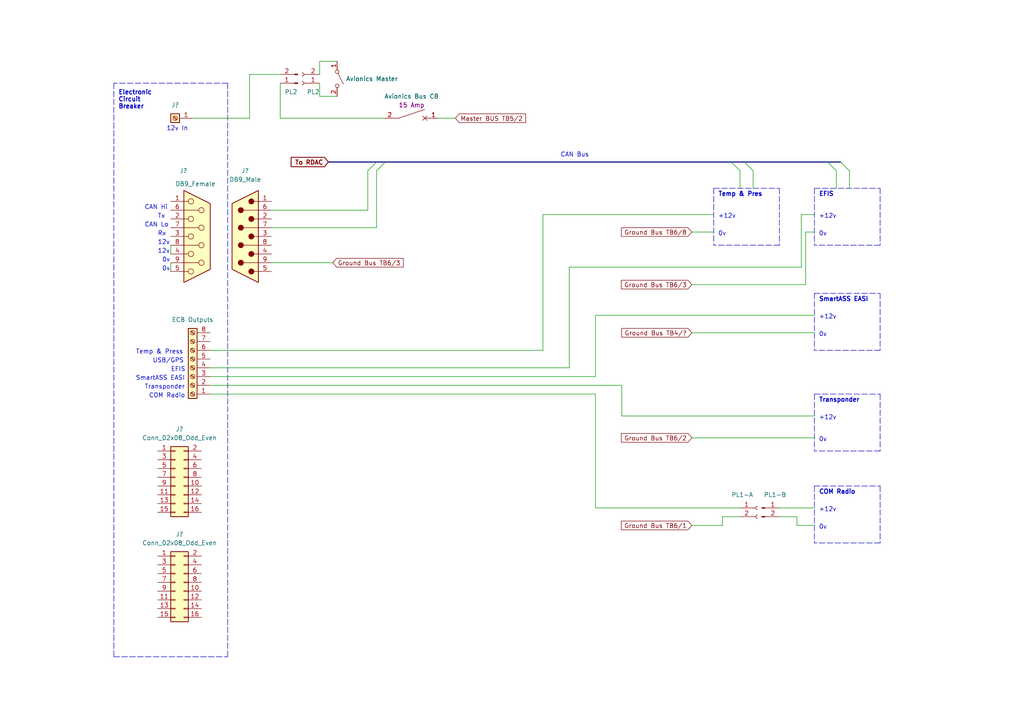
<source format=kicad_sch>
(kicad_sch (version 20211123) (generator eeschema)
  (paper "A4")
  (title_block (title "Europa Avionics Bus") (date "2022-12-19") (rev "1"))
  (lib_symbols
    (symbol "Connector:Conn_01x02_Female" (pin_names (offset 1.016) hide)
      (property "Reference" "J" (at 0 2.54 0))
      (property "Value" "Conn_01x02_Female" (at 0 -5.08 0))
      (symbol "Conn_01x02_Female_1_1"
        (arc (start 0 -2.032) (mid -0.508 -2.54) (end 0 -3.048) (stroke (width 0.1524)))
        (polyline (pts (xy -1.27 -2.54) (xy -0.508 -2.54)) (stroke (width 0.1524)))
        (polyline (pts (xy -1.27 0) (xy -0.508 0)) (stroke (width 0.1524)))
        (arc (start 0 0.508) (mid -0.508 0) (end 0 -0.508) (stroke (width 0.1524)))
        (pin passive line (at -5.08 0 0) (length 3.81) (name "Pin_1") (number "1"))
        (pin passive line (at -5.08 -2.54 0) (length 3.81) (name "Pin_2") (number "2"))
      )
    )
    (symbol "Connector:Conn_01x02_Male" (pin_names (offset 1.016) hide)
      (property "Reference" "J" (at 0 2.54 0))
      (property "Value" "Conn_01x02_Male" (at 0 -5.08 0))
      (symbol "Conn_01x02_Male_1_1"
        (polyline (pts (xy 1.27 -2.54) (xy 0.8636 -2.54)) (stroke (width 0.1524)))
        (polyline (pts (xy 1.27 0) (xy 0.8636 0)) (stroke (width 0.1524)))
        (rectangle (start 0.8636 -2.413) (end 0 -2.667) (stroke (width 0.1524)) (fill (type outline)))
        (rectangle (start 0.8636 0.127) (end 0 -0.127) (stroke (width 0.1524)) (fill (type outline)))
        (pin passive line (at 5.08 0 180) (length 3.81) (name "Pin_1") (number "1"))
        (pin passive line (at 5.08 -2.54 180) (length 3.81) (name "Pin_2") (number "2"))
      )
    )
    (symbol "Connector:DB9_Female" (pin_names (offset 1.016) hide)
      (property "Reference" "J" (at 0 13.97 0))
      (property "Value" "DB9_Female" (at 0 -14.605 0))
      (symbol "DB9_Female_0_1"
        (circle (center -1.778 -10.16) (radius 0.762))
        (circle (center -1.778 -5.08) (radius 0.762))
        (circle (center -1.778 0) (radius 0.762))
        (circle (center -1.778 5.08) (radius 0.762))
        (circle (center -1.778 10.16) (radius 0.762))
        (polyline (pts (xy -3.81 -10.16) (xy -2.54 -10.16)))
        (polyline (pts (xy -3.81 -7.62) (xy 0.508 -7.62)))
        (polyline (pts (xy -3.81 -5.08) (xy -2.54 -5.08)))
        (polyline (pts (xy -3.81 -2.54) (xy 0.508 -2.54)))
        (polyline (pts (xy -3.81 0) (xy -2.54 0)))
        (polyline (pts (xy -3.81 2.54) (xy 0.508 2.54)))
        (polyline (pts (xy -3.81 5.08) (xy -2.54 5.08)))
        (polyline (pts (xy -3.81 7.62) (xy 0.508 7.62)))
        (polyline (pts (xy -3.81 10.16) (xy -2.54 10.16)))
        (polyline (pts (xy -3.81 13.335) (xy -3.81 -13.335) (xy 3.81 -9.525) (xy 3.81 9.525) (xy -3.81 13.335)) (stroke (width 0.254)) (fill (type background)))
        (circle (center 1.27 -7.62) (radius 0.762))
        (circle (center 1.27 -2.54) (radius 0.762))
        (circle (center 1.27 2.54) (radius 0.762))
        (circle (center 1.27 7.62) (radius 0.762))
      )
      (symbol "DB9_Female_1_1"
        (pin passive line (at -7.62 10.16 0) (length 3.81) (name "1") (number "1"))
        (pin passive line (at -7.62 5.08 0) (length 3.81) (name "2") (number "2"))
        (pin passive line (at -7.62 0 0) (length 3.81) (name "3") (number "3"))
        (pin passive line (at -7.62 -5.08 0) (length 3.81) (name "4") (number "4"))
        (pin passive line (at -7.62 -10.16 0) (length 3.81) (name "5") (number "5"))
        (pin passive line (at -7.62 7.62 0) (length 3.81) (name "6") (number "6"))
        (pin passive line (at -7.62 2.54 0) (length 3.81) (name "7") (number "7"))
        (pin passive line (at -7.62 -2.54 0) (length 3.81) (name "8") (number "8"))
        (pin passive line (at -7.62 -7.62 0) (length 3.81) (name "9") (number "9"))
      )
    )
    (symbol "Connector:DB9_Male" (pin_names (offset 1.016) hide)
      (property "Reference" "J" (at 0 13.97 0))
      (property "Value" "DB9_Male" (at 0 -14.605 0))
      (symbol "DB9_Male_0_1"
        (circle (center -1.778 -10.16) (radius 0.762) (fill (type outline)))
        (circle (center -1.778 -5.08) (radius 0.762) (fill (type outline)))
        (circle (center -1.778 0) (radius 0.762) (fill (type outline)))
        (circle (center -1.778 5.08) (radius 0.762) (fill (type outline)))
        (circle (center -1.778 10.16) (radius 0.762) (fill (type outline)))
        (polyline (pts (xy -3.81 -10.16) (xy -2.54 -10.16)))
        (polyline (pts (xy -3.81 -7.62) (xy 0.508 -7.62)))
        (polyline (pts (xy -3.81 -5.08) (xy -2.54 -5.08)))
        (polyline (pts (xy -3.81 -2.54) (xy 0.508 -2.54)))
        (polyline (pts (xy -3.81 0) (xy -2.54 0)))
        (polyline (pts (xy -3.81 2.54) (xy 0.508 2.54)))
        (polyline (pts (xy -3.81 5.08) (xy -2.54 5.08)))
        (polyline (pts (xy -3.81 7.62) (xy 0.508 7.62)))
        (polyline (pts (xy -3.81 10.16) (xy -2.54 10.16)))
        (polyline (pts (xy -3.81 -13.335) (xy -3.81 13.335) (xy 3.81 9.525) (xy 3.81 -9.525) (xy -3.81 -13.335)) (stroke (width 0.254)) (fill (type background)))
        (circle (center 1.27 -7.62) (radius 0.762) (fill (type outline)))
        (circle (center 1.27 -2.54) (radius 0.762) (fill (type outline)))
        (circle (center 1.27 2.54) (radius 0.762) (fill (type outline)))
        (circle (center 1.27 7.62) (radius 0.762) (fill (type outline)))
      )
      (symbol "DB9_Male_1_1"
        (pin passive line (at -7.62 -10.16 0) (length 3.81) (name "1") (number "1"))
        (pin passive line (at -7.62 -5.08 0) (length 3.81) (name "2") (number "2"))
        (pin passive line (at -7.62 0 0) (length 3.81) (name "3") (number "3"))
        (pin passive line (at -7.62 5.08 0) (length 3.81) (name "4") (number "4"))
        (pin passive line (at -7.62 10.16 0) (length 3.81) (name "5") (number "5"))
        (pin passive line (at -7.62 -7.62 0) (length 3.81) (name "6") (number "6"))
        (pin passive line (at -7.62 -2.54 0) (length 3.81) (name "7") (number "7"))
        (pin passive line (at -7.62 2.54 0) (length 3.81) (name "8") (number "8"))
        (pin passive line (at -7.62 7.62 0) (length 3.81) (name "9") (number "9"))
      )
    )
    (symbol "Connector:Screw_Terminal_01x01" (pin_names (offset 1.016) hide)
      (property "Reference" "J" (at 0 2.54 0))
      (property "Value" "Screw_Terminal_01x01" (at 0 -2.54 0))
      (symbol "Screw_Terminal_01x01_1_1"
        (rectangle (start -1.27 1.27) (end 1.27 -1.27) (stroke (width 0.254)) (fill (type background)))
        (polyline (pts (xy -0.5334 0.3302) (xy 0.3302 -0.508)) (stroke (width 0.1524)))
        (polyline (pts (xy -0.3556 0.508) (xy 0.508 -0.3302)) (stroke (width 0.1524)))
        (circle (center 0 0) (radius 0.635) (stroke (width 0.1524)))
        (pin passive line (at -5.08 0 0) (length 3.81) (name "Pin_1") (number "1"))
      )
    )
    (symbol "Connector:Screw_Terminal_01x08" (pin_names (offset 1.016) hide)
      (property "Reference" "J" (at 0 10.16 0))
      (property "Value" "Screw_Terminal_01x08" (at 0 -12.7 0))
      (symbol "Screw_Terminal_01x08_1_1"
        (rectangle (start -1.27 8.89) (end 1.27 -11.43) (stroke (width 0.254)) (fill (type background)))
        (circle (center 0 -10.16) (radius 0.635) (stroke (width 0.1524)))
        (circle (center 0 -7.62) (radius 0.635) (stroke (width 0.1524)))
        (circle (center 0 -5.08) (radius 0.635) (stroke (width 0.1524)))
        (circle (center 0 -2.54) (radius 0.635) (stroke (width 0.1524)))
        (polyline (pts (xy -0.5334 -9.8298) (xy 0.3302 -10.668)) (stroke (width 0.1524)))
        (polyline (pts (xy -0.5334 -7.2898) (xy 0.3302 -8.128)) (stroke (width 0.1524)))
        (polyline (pts (xy -0.5334 -4.7498) (xy 0.3302 -5.588)) (stroke (width 0.1524)))
        (polyline (pts (xy -0.5334 -2.2098) (xy 0.3302 -3.048)) (stroke (width 0.1524)))
        (polyline (pts (xy -0.5334 0.3302) (xy 0.3302 -0.508)) (stroke (width 0.1524)))
        (polyline (pts (xy -0.5334 2.8702) (xy 0.3302 2.032)) (stroke (width 0.1524)))
        (polyline (pts (xy -0.5334 5.4102) (xy 0.3302 4.572)) (stroke (width 0.1524)))
        (polyline (pts (xy -0.5334 7.9502) (xy 0.3302 7.112)) (stroke (width 0.1524)))
        (polyline (pts (xy -0.3556 -9.652) (xy 0.508 -10.4902)) (stroke (width 0.1524)))
        (polyline (pts (xy -0.3556 -7.112) (xy 0.508 -7.9502)) (stroke (width 0.1524)))
        (polyline (pts (xy -0.3556 -4.572) (xy 0.508 -5.4102)) (stroke (width 0.1524)))
        (polyline (pts (xy -0.3556 -2.032) (xy 0.508 -2.8702)) (stroke (width 0.1524)))
        (polyline (pts (xy -0.3556 0.508) (xy 0.508 -0.3302)) (stroke (width 0.1524)))
        (polyline (pts (xy -0.3556 3.048) (xy 0.508 2.2098)) (stroke (width 0.1524)))
        (polyline (pts (xy -0.3556 5.588) (xy 0.508 4.7498)) (stroke (width 0.1524)))
        (polyline (pts (xy -0.3556 8.128) (xy 0.508 7.2898)) (stroke (width 0.1524)))
        (circle (center 0 0) (radius 0.635) (stroke (width 0.1524)))
        (circle (center 0 2.54) (radius 0.635) (stroke (width 0.1524)))
        (circle (center 0 5.08) (radius 0.635) (stroke (width 0.1524)))
        (circle (center 0 7.62) (radius 0.635) (stroke (width 0.1524)))
        (pin passive line (at -5.08 7.62 0) (length 3.81) (name "Pin_1") (number "1"))
        (pin passive line (at -5.08 5.08 0) (length 3.81) (name "Pin_2") (number "2"))
        (pin passive line (at -5.08 2.54 0) (length 3.81) (name "Pin_3") (number "3"))
        (pin passive line (at -5.08 0 0) (length 3.81) (name "Pin_4") (number "4"))
        (pin passive line (at -5.08 -2.54 0) (length 3.81) (name "Pin_5") (number "5"))
        (pin passive line (at -5.08 -5.08 0) (length 3.81) (name "Pin_6") (number "6"))
        (pin passive line (at -5.08 -7.62 0) (length 3.81) (name "Pin_7") (number "7"))
        (pin passive line (at -5.08 -10.16 0) (length 3.81) (name "Pin_8") (number "8"))
      )
    )
    (symbol "Connector_Generic:Conn_02x08_Odd_Even" (pin_names (offset 1.016) hide)
      (property "Reference" "J" (at 1.27 10.16 0))
      (property "Value" "Conn_02x08_Odd_Even" (at 1.27 -12.7 0))
      (symbol "Conn_02x08_Odd_Even_1_1"
        (rectangle (start -1.27 -10.033) (end 0 -10.287) (stroke (width 0.1524)))
        (rectangle (start -1.27 -7.493) (end 0 -7.747) (stroke (width 0.1524)))
        (rectangle (start -1.27 -4.953) (end 0 -5.207) (stroke (width 0.1524)))
        (rectangle (start -1.27 -2.413) (end 0 -2.667) (stroke (width 0.1524)))
        (rectangle (start -1.27 0.127) (end 0 -0.127) (stroke (width 0.1524)))
        (rectangle (start -1.27 2.667) (end 0 2.413) (stroke (width 0.1524)))
        (rectangle (start -1.27 5.207) (end 0 4.953) (stroke (width 0.1524)))
        (rectangle (start -1.27 7.747) (end 0 7.493) (stroke (width 0.1524)))
        (rectangle (start -1.27 8.89) (end 3.81 -11.43) (stroke (width 0.254)) (fill (type background)))
        (rectangle (start 3.81 -10.033) (end 2.54 -10.287) (stroke (width 0.1524)))
        (rectangle (start 3.81 -7.493) (end 2.54 -7.747) (stroke (width 0.1524)))
        (rectangle (start 3.81 -4.953) (end 2.54 -5.207) (stroke (width 0.1524)))
        (rectangle (start 3.81 -2.413) (end 2.54 -2.667) (stroke (width 0.1524)))
        (rectangle (start 3.81 0.127) (end 2.54 -0.127) (stroke (width 0.1524)))
        (rectangle (start 3.81 2.667) (end 2.54 2.413) (stroke (width 0.1524)))
        (rectangle (start 3.81 5.207) (end 2.54 4.953) (stroke (width 0.1524)))
        (rectangle (start 3.81 7.747) (end 2.54 7.493) (stroke (width 0.1524)))
        (pin passive line (at -5.08 7.62 0) (length 3.81) (name "Pin_1") (number "1"))
        (pin passive line (at 7.62 -2.54 180) (length 3.81) (name "Pin_10") (number "10"))
        (pin passive line (at -5.08 -5.08 0) (length 3.81) (name "Pin_11") (number "11"))
        (pin passive line (at 7.62 -5.08 180) (length 3.81) (name "Pin_12") (number "12"))
        (pin passive line (at -5.08 -7.62 0) (length 3.81) (name "Pin_13") (number "13"))
        (pin passive line (at 7.62 -7.62 180) (length 3.81) (name "Pin_14") (number "14"))
        (pin passive line (at -5.08 -10.16 0) (length 3.81) (name "Pin_15") (number "15"))
        (pin passive line (at 7.62 -10.16 180) (length 3.81) (name "Pin_16") (number "16"))
        (pin passive line (at 7.62 7.62 180) (length 3.81) (name "Pin_2") (number "2"))
        (pin passive line (at -5.08 5.08 0) (length 3.81) (name "Pin_3") (number "3"))
        (pin passive line (at 7.62 5.08 180) (length 3.81) (name "Pin_4") (number "4"))
        (pin passive line (at -5.08 2.54 0) (length 3.81) (name "Pin_5") (number "5"))
        (pin passive line (at 7.62 2.54 180) (length 3.81) (name "Pin_6") (number "6"))
        (pin passive line (at -5.08 0 0) (length 3.81) (name "Pin_7") (number "7"))
        (pin passive line (at 7.62 0 180) (length 3.81) (name "Pin_8") (number "8"))
        (pin passive line (at -5.08 -2.54 0) (length 3.81) (name "Pin_9") (number "9"))
      )
    )
    (symbol "Device:CircuitBreaker_1P"
      (property "Reference" "CB" (at 1.905 0 0))
      (property "Value" "CircuitBreaker_1P" (at 1.905 1.905 0))
      (symbol "CircuitBreaker_1P_0_1"
        (polyline (pts (xy 0 -5.08) (xy 0 -3.81)))
        (polyline (pts (xy 0 -3.81) (xy -2.54 3.81)))
      )
      (symbol "CircuitBreaker_1P_1_1"
        (polyline (pts (xy -0.635 4.445) (xy 0.635 3.175)))
        (polyline (pts (xy 0 5.08) (xy 0 3.81)))
        (polyline (pts (xy 0.635 4.445) (xy -0.635 3.175)))
        (pin passive line (at 0 7.62 270) (length 2.54) (name "~") (number "1"))
        (pin passive line (at 0 -7.62 90) (length 2.54) (name "~") (number "2"))
      )
    )
    (symbol "Switch:SW_SPST" (pin_names (offset 0) hide)
      (property "Reference" "SW" (at 0 3.175 0))
      (property "Value" "SW_SPST" (at 0 -2.54 0))
      (symbol "SW_SPST_0_0"
        (circle (center -2.032 0) (radius 0.508))
        (polyline (pts (xy -1.524 0.254) (xy 1.524 1.778)))
        (circle (center 2.032 0) (radius 0.508))
      )
      (symbol "SW_SPST_1_1"
        (pin passive line (at -5.08 0 0) (length 2.54) (name "A") (number "1"))
        (pin passive line (at 5.08 0 180) (length 2.54) (name "B") (number "2"))
      )
    )
  )
  (bus_entry (at 106.68 49.53) (size 2.54 -2.54))
  (bus_entry (at 109.22 49.53) (size 2.54 -2.54))
  (bus_entry (at 212.09 46.99) (size 2.54 2.54))
  (bus_entry (at 215.9 46.99) (size 2.54 2.54))
  (bus_entry (at 243.84 46.99) (size 2.54 2.54))
  (bus_entry (at 240.03 46.99) (size 2.54 2.54))
  (wire (pts (xy 60.96 111.76) (xy 180.34 111.76)))
  (wire (pts (xy 214.63 49.53) (xy 214.63 54.61)))
  (wire (pts (xy 231.14 149.86) (xy 231.14 152.4)))
  (wire (pts (xy 180.34 111.76) (xy 180.34 120.65)))
  (wire (pts (xy 218.44 49.53) (xy 218.44 54.61)))
  (polyline (pts (xy 66.04 24.13) (xy 66.04 190.5)))
  (wire (pts (xy 180.34 120.65) (xy 236.22 120.65)))
  (wire (pts (xy 92.71 17.78) (xy 92.71 21.59)))
  (wire (pts (xy 157.48 62.23) (xy 207.01 62.23)))
  (wire (pts (xy 81.28 34.29) (xy 111.76 34.29)))
  (polyline (pts (xy 226.06 54.61) (xy 226.06 71.12)))
  (polyline (pts (xy 255.27 71.12) (xy 236.22 71.12)))
  (polyline (pts (xy 236.22 85.09) (xy 236.22 101.6)))
  (polyline (pts (xy 255.27 101.6) (xy 236.22 101.6)))
  (bus (pts (xy 95.25 46.99) (xy 109.22 46.99)))
  (wire (pts (xy 97.79 27.94) (xy 92.71 27.94)))
  (wire (pts (xy 232.41 77.47) (xy 232.41 62.23)))
  (wire (pts (xy 157.48 101.6) (xy 157.48 62.23)))
  (wire (pts (xy 72.39 34.29) (xy 55.88 34.29)))
  (wire (pts (xy 231.14 152.4) (xy 236.22 152.4)))
  (wire (pts (xy 172.72 91.44) (xy 236.22 91.44)))
  (bus (pts (xy 111.76 46.99) (xy 212.09 46.99)))
  (wire (pts (xy 49.53 76.2) (xy 49.53 78.74)))
  (polyline (pts (xy 236.22 140.97) (xy 236.22 157.48)))
  (wire (pts (xy 214.63 149.86) (xy 209.55 149.86)))
  (wire (pts (xy 209.55 149.86) (xy 209.55 152.4)))
  (polyline (pts (xy 226.06 71.12) (xy 207.01 71.12)))
  (wire (pts (xy 226.06 149.86) (xy 231.14 149.86)))
  (polyline (pts (xy 33.02 190.5) (xy 66.04 190.5)))
  (wire (pts (xy 92.71 27.94) (xy 92.71 24.13)))
  (polyline (pts (xy 255.27 114.3) (xy 255.27 130.81)))
  (wire (pts (xy 49.53 71.12) (xy 49.53 73.66)))
  (polyline (pts (xy 236.22 114.3) (xy 236.22 130.81)))
  (wire (pts (xy 200.66 96.52) (xy 236.22 96.52)))
  (polyline (pts (xy 207.01 54.61) (xy 207.01 71.12)))
  (polyline (pts (xy 33.02 24.13) (xy 33.02 190.5)))
  (bus (pts (xy 109.22 46.99) (xy 111.76 46.99)))
  (wire (pts (xy 200.66 67.31) (xy 207.01 67.31)))
  (bus (pts (xy 215.9 46.99) (xy 240.03 46.99)))
  (wire (pts (xy 242.57 49.53) (xy 242.57 54.61)))
  (wire (pts (xy 60.96 106.68) (xy 165.1 106.68)))
  (wire (pts (xy 172.72 109.22) (xy 172.72 91.44)))
  (wire (pts (xy 97.79 17.78) (xy 92.71 17.78)))
  (wire (pts (xy 232.41 62.23) (xy 236.22 62.23)))
  (wire (pts (xy 127 34.29) (xy 132.08 34.29)))
  (polyline (pts (xy 236.22 54.61) (xy 236.22 71.12)))
  (wire (pts (xy 165.1 77.47) (xy 232.41 77.47)))
  (wire (pts (xy 78.74 66.04) (xy 109.22 66.04)))
  (wire (pts (xy 78.74 60.96) (xy 106.68 60.96)))
  (wire (pts (xy 172.72 147.32) (xy 214.63 147.32)))
  (polyline (pts (xy 236.22 85.09) (xy 255.27 85.09)))
  (wire (pts (xy 60.96 101.6) (xy 157.48 101.6)))
  (wire (pts (xy 109.22 66.04) (xy 109.22 49.53)))
  (polyline (pts (xy 236.22 140.97) (xy 255.27 140.97)))
  (wire (pts (xy 226.06 147.32) (xy 236.22 147.32)))
  (wire (pts (xy 246.38 49.53) (xy 246.38 54.61)))
  (wire (pts (xy 209.55 152.4) (xy 200.66 152.4)))
  (wire (pts (xy 172.72 114.3) (xy 172.72 147.32)))
  (polyline (pts (xy 255.27 140.97) (xy 255.27 157.48)))
  (polyline (pts (xy 255.27 157.48) (xy 236.22 157.48)))
  (polyline (pts (xy 255.27 85.09) (xy 255.27 101.6)))
  (polyline (pts (xy 66.04 24.13) (xy 33.02 24.13)))
  (wire (pts (xy 165.1 106.68) (xy 165.1 77.47)))
  (polyline (pts (xy 255.27 130.81) (xy 236.22 130.81)))
  (polyline (pts (xy 236.22 54.61) (xy 255.27 54.61)))
  (wire (pts (xy 60.96 109.22) (xy 172.72 109.22)))
  (wire (pts (xy 200.66 127) (xy 236.22 127)))
  (bus (pts (xy 240.03 46.99) (xy 243.84 46.99)))
  (wire (pts (xy 200.66 82.55) (xy 233.68 82.55)))
  (polyline (pts (xy 207.01 54.61) (xy 226.06 54.61)))
  (wire (pts (xy 81.28 21.59) (xy 72.39 21.59)))
  (wire (pts (xy 78.74 76.2) (xy 96.52 76.2)))
  (wire (pts (xy 106.68 60.96) (xy 106.68 49.53)))
  (wire (pts (xy 81.28 24.13) (xy 81.28 34.29)))
  (wire (pts (xy 72.39 21.59) (xy 72.39 34.29)))
  (polyline (pts (xy 255.27 54.61) (xy 255.27 71.12)))
  (wire (pts (xy 60.96 114.3) (xy 172.72 114.3)))
  (wire (pts (xy 233.68 67.31) (xy 236.22 67.31)))
  (wire (pts (xy 233.68 82.55) (xy 233.68 67.31)))
  (bus (pts (xy 212.09 46.99) (xy 215.9 46.99)))
  (polyline (pts (xy 236.22 114.3) (xy 255.27 114.3)))
  (text "Transponder" (at 41.91 113.03 0) (effects (font (size 1.27 1.27)) (justify left bottom)))
  (text "COM Radio" (at 43.18 115.57 0) (effects (font (size 1.27 1.27)) (justify left bottom)))
  (text "+12v" (at 237.49 121.92 0) (effects (font (size 1.27 1.27)) (justify left bottom)))
  (text "COM Radio" (at 237.49 143.51 0) (effects (font (size 1.27 1.27) bold) (justify left bottom)))
  (text "SmartASS EASI" (at 237.49 87.63 0) (effects (font (size 1.27 1.27) bold) (justify left bottom)))
  (text "Rx" (at 45.72 68.58 0) (effects (font (size 1.27 1.27)) (justify left bottom)))
  (text "12v" (at 45.72 71.12 0) (effects (font (size 1.27 1.27)) (justify left bottom)))
  (text "+12v" (at 237.49 148.59 0) (effects (font (size 1.27 1.27)) (justify left bottom)))
  (text "Temp & Pres" (at 208.28 57.15 0) (effects (font (size 1.27 1.27) bold) (justify left bottom)))
  (text "USB/GPS" (at 53.34 105.41 180) (effects (font (size 1.27 1.27)) (justify right bottom)))
  (text "12v In" (at 48.26 38.1 0) (effects (font (size 1.27 1.27)) (justify left bottom)))
  (text "12v" (at 45.72 73.66 0) (effects (font (size 1.27 1.27)) (justify left bottom)))
  (text "EFIS" (at 49.53 107.95 0) (effects (font (size 1.27 1.27)) (justify left bottom)))
  (text "Tx" (at 45.72 63.5 0) (effects (font (size 1.27 1.27)) (justify left bottom)))
  (text "0v" (at 237.49 128.27 0) (effects (font (size 1.27 1.27)) (justify left bottom)))
  (text "+12v" (at 208.28 63.5 0) (effects (font (size 1.27 1.27)) (justify left bottom)))
  (text "CAN Bus" (at 162.56 45.72 0) (effects (font (size 1.27 1.27)) (justify left bottom)))
  (text "Transponder" (at 237.49 116.84 0) (effects (font (size 1.27 1.27) bold) (justify left bottom)))
  (text "+12v" (at 237.49 92.71 0) (effects (font (size 1.27 1.27)) (justify left bottom)))
  (text "EFIS" (at 237.49 57.15 0) (effects (font (size 1.27 1.27) bold) (justify left bottom)))
  (text "+12v" (at 237.49 63.5 0) (effects (font (size 1.27 1.27)) (justify left bottom)))
  (text "CAN Lo\n" (at 41.91 66.04 0) (effects (font (size 1.27 1.27)) (justify left bottom)))
  (text "CAN Hi" (at 41.91 60.96 0) (effects (font (size 1.27 1.27)) (justify left bottom)))
  (text "0v" (at 46.99 78.74 0) (effects (font (size 1.27 1.27)) (justify left bottom)))
  (text "Temp & Press" (at 39.37 102.87 0) (effects (font (size 1.27 1.27)) (justify left bottom)))
  (text "SmartASS EASI" (at 39.37 110.49 0) (effects (font (size 1.27 1.27)) (justify left bottom)))
  (text "0v" (at 237.49 153.67 0) (effects (font (size 1.27 1.27)) (justify left bottom)))
  (text "0v" (at 208.28 68.58 0) (effects (font (size 1.27 1.27)) (justify left bottom)))
  (text "Electronic\nCircuit\nBreaker" (at 34.29 31.75 0) (effects (font (size 1.27 1.27) (thickness 0.254) bold) (justify left bottom)))
  (text "0v" (at 237.49 97.79 0) (effects (font (size 1.27 1.27)) (justify left bottom)))
  (text "0v" (at 237.49 68.58 0) (effects (font (size 1.27 1.27)) (justify left bottom)))
  (text "0v" (at 46.99 76.2 0) (effects (font (size 1.27 1.27)) (justify left bottom)))
  (global_label "Ground Bus TB4{slash}?" (shape input) (at 200.66 96.52 180) (property "Intersheet References" "${INTERSHEET_REFS}" (effects hide)))
  (global_label "Ground Bus TB6{slash}3" (shape input) (at 200.66 82.55 180) (property "Intersheet References" "${INTERSHEET_REFS}" (effects hide)))
  (global_label "To RDAC" (shape input) (at 95.25 46.99 180) (effects (font bold)) (property "Intersheet References" "${INTERSHEET_REFS}" (effects hide)))
  (global_label "Ground Bus TB6{slash}3" (shape input) (at 96.52 76.2 0) (property "Intersheet References" "${INTERSHEET_REFS}" (effects hide)))
  (global_label "Ground Bus TB6{slash}1" (shape input) (at 200.66 152.4 180) (property "Intersheet References" "${INTERSHEET_REFS}" (effects hide)))
  (global_label "Ground Bus TB6{slash}2" (shape input) (at 200.66 127 180) (property "Intersheet References" "${INTERSHEET_REFS}" (effects hide)))
  (global_label "Master BUS TB5{slash}2" (shape input) (at 132.08 34.29 0) (property "Intersheet References" "${INTERSHEET_REFS}" (effects hide)))
  (global_label "Ground Bus TB6{slash}8" (shape input) (at 200.66 67.31 180) (property "Intersheet References" "${INTERSHEET_REFS}" (effects hide)))
  (symbol (lib_id "Connector:Conn_01x02_Male") (at 220.98 147.32 0) (unit 1)
    (property "Reference" "PL1-B" (at 224.79 143.51 0))
    (property "Value" "Conn_01x02_Male" (effects hide))
  )
  (symbol (lib_id "Device:CircuitBreaker_1P") (at 119.38 34.29 270) (unit 1)
    (property "Reference" "CB?" (effects hide))
    (property "Value" "Avionics Bus CB" (at 119.38 27.94 90))
    (property "Rating" "15 Amp" (at 119.38 30.48 90))
  )
  (symbol (lib_id "Connector:Conn_01x02_Female") (at 87.63 24.13 180) (unit 1)
    (property "Reference" "PL2" (at 92.71 26.67 0) (effects (justify left)))
    (property "Value" "Conn_01x02_Female" (effects hide))
  )
  (symbol (lib_id "Connector:Screw_Terminal_01x08") (at 55.88 106.68 180) (unit 1)
    (property "Reference" "J?" (effects hide))
    (property "Value" "ECB Outputs" (at 55.88 92.71 0))
  )
  (symbol (lib_id "Switch:SW_SPST") (at 97.79 22.86 270) (unit 1)
    (property "Reference" "SW?" (effects hide))
    (property "Value" "Avionics Master" (at 100.33 22.8599 90) (effects (justify left)))
  )
  (symbol (lib_id "Connector:DB9_Female") (at 57.15 68.58 0) (unit 1)
    (property "Reference" "J?" (at 52.07 49.53 0) (effects (justify left)))
    (property "Value" "DB9_Female" (at 50.8 53.34 0) (effects (justify left)))
    (property "Datasheet" " ~" (effects hide))
  )
  (symbol (lib_id "Connector:Conn_01x02_Male") (at 86.36 24.13 180) (unit 1)
    (property "Reference" "PL2" (at 82.55 26.67 0) (effects (justify right)))
    (property "Value" "Conn_01x02_Male" (effects hide))
  )
  (symbol (lib_id "Connector:Conn_01x02_Female") (at 219.71 147.32 0) (unit 1)
    (property "Reference" "PL1-A" (at 212.09 143.51 0) (effects (justify left)))
    (property "Value" "Conn_01x02_Female" (effects hide))
  )
  (symbol (lib_id "Connector:Screw_Terminal_01x01") (at 50.8 34.29 180) (unit 1)
    (property "Reference" "J?" (at 50.8 30.48 0))
    (property "Value" "Screw_Terminal_01x01" (effects hide))
  )
  (symbol (lib_id "Connector:DB9_Male") (at 71.12 68.58 180) (unit 1)
    (property "Reference" "J?" (at 71.12 49.53 0))
    (property "Value" "DB9_Male" (at 71.12 52.07 0))
    (property "Datasheet" " ~" (effects hide))
  )
  (symbol (lib_id "Connector_Generic:Conn_02x08_Odd_Even") (at 50.8 168.91 0) (unit 1)
    (property "Reference" "J?" (at 52.07 154.94 0))
    (property "Value" "Conn_02x08_Odd_Even" (at 52.07 157.48 0))
  )
  (symbol (lib_id "Connector_Generic:Conn_02x08_Odd_Even") (at 50.8 138.43 0) (unit 1)
    (property "Reference" "J?" (at 52.07 124.46 0))
    (property "Value" "Conn_02x08_Odd_Even" (at 52.07 127 0))
  )
)
</source>
